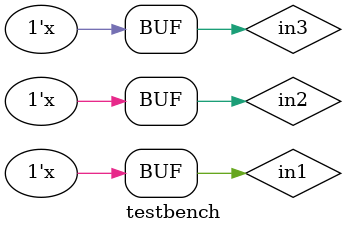
<source format=v>
module testbench();

    //Inputs
    reg in1;
    reg in2;
    reg in3;

    //Outputs
    wire out;

    mj_voter DUT(
        .in1(in1),
        .in2(in2),
        .in3(in3),
        .out(out)
    );

    initial begin
        //initilize
        in1 = 0;
        in2 = 0;
        in3 = 0;

        #100;
    end

    always begin
        #25 in1 = ~in1;
        #50 in2 = ~in2;
        #75 in3 = ~in3;
    end
endmodule
</source>
